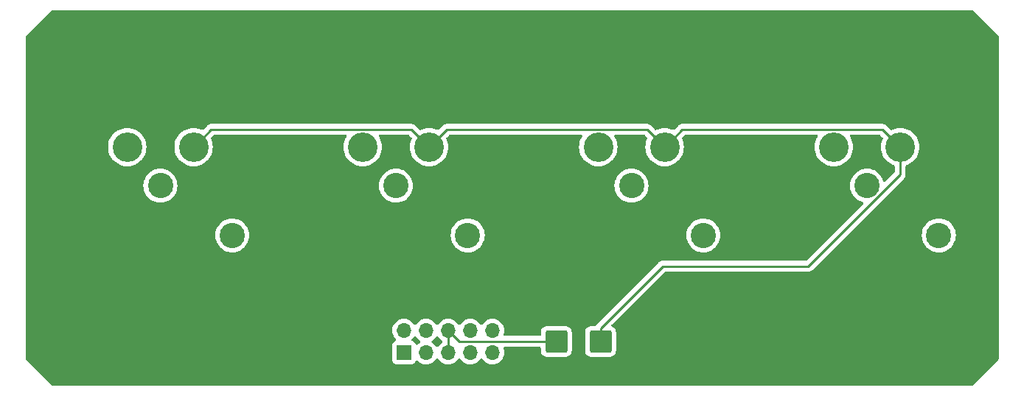
<source format=gbr>
%TF.GenerationSoftware,KiCad,Pcbnew,7.0.6*%
%TF.CreationDate,2023-11-23T12:56:36+01:00*%
%TF.ProjectId,xlrfemale,786c7266-656d-4616-9c65-2e6b69636164,1*%
%TF.SameCoordinates,Original*%
%TF.FileFunction,Copper,L2,Bot*%
%TF.FilePolarity,Positive*%
%FSLAX46Y46*%
G04 Gerber Fmt 4.6, Leading zero omitted, Abs format (unit mm)*
G04 Created by KiCad (PCBNEW 7.0.6) date 2023-11-23 12:56:36*
%MOMM*%
%LPD*%
G01*
G04 APERTURE LIST*
G04 Aperture macros list*
%AMRoundRect*
0 Rectangle with rounded corners*
0 $1 Rounding radius*
0 $2 $3 $4 $5 $6 $7 $8 $9 X,Y pos of 4 corners*
0 Add a 4 corners polygon primitive as box body*
4,1,4,$2,$3,$4,$5,$6,$7,$8,$9,$2,$3,0*
0 Add four circle primitives for the rounded corners*
1,1,$1+$1,$2,$3*
1,1,$1+$1,$4,$5*
1,1,$1+$1,$6,$7*
1,1,$1+$1,$8,$9*
0 Add four rect primitives between the rounded corners*
20,1,$1+$1,$2,$3,$4,$5,0*
20,1,$1+$1,$4,$5,$6,$7,0*
20,1,$1+$1,$6,$7,$8,$9,0*
20,1,$1+$1,$8,$9,$2,$3,0*%
G04 Aperture macros list end*
%TA.AperFunction,ComponentPad*%
%ADD10C,3.400000*%
%TD*%
%TA.AperFunction,ComponentPad*%
%ADD11C,2.900000*%
%TD*%
%TA.AperFunction,ComponentPad*%
%ADD12RoundRect,0.249999X1.025001X-1.025001X1.025001X1.025001X-1.025001X1.025001X-1.025001X-1.025001X0*%
%TD*%
%TA.AperFunction,ComponentPad*%
%ADD13R,1.700000X1.700000*%
%TD*%
%TA.AperFunction,ComponentPad*%
%ADD14O,1.700000X1.700000*%
%TD*%
%TA.AperFunction,Conductor*%
%ADD15C,0.250000*%
%TD*%
G04 APERTURE END LIST*
D10*
%TO.P,J7,1*%
%TO.N,N/C*%
X135254000Y-91948000D03*
%TO.P,J7,2*%
X127634000Y-91948000D03*
D11*
%TO.P,J7,3*%
X131444000Y-96398000D03*
%TO.P,J7,G*%
X139694000Y-102108000D03*
%TD*%
D10*
%TO.P,J11,1*%
%TO.N,N/C*%
X189354000Y-91948000D03*
%TO.P,J11,2*%
X181734000Y-91948000D03*
D11*
%TO.P,J11,3*%
X185544000Y-96398000D03*
%TO.P,J11,G*%
X193794000Y-102108000D03*
%TD*%
D10*
%TO.P,J9,1*%
%TO.N,N/C*%
X162304000Y-91948000D03*
%TO.P,J9,2*%
X154684000Y-91948000D03*
D11*
%TO.P,J9,3*%
X158494000Y-96398000D03*
%TO.P,J9,G*%
X166744000Y-102108000D03*
%TD*%
D10*
%TO.P,J5,1*%
%TO.N,N/C*%
X108204000Y-91948000D03*
%TO.P,J5,2*%
X100584000Y-91948000D03*
D11*
%TO.P,J5,3*%
X104394000Y-96398000D03*
%TO.P,J5,G*%
X112644000Y-102108000D03*
%TD*%
D12*
%TO.P,J25,1,Pin_1*%
%TO.N,N/C*%
X154940000Y-114300000D03*
%TD*%
D13*
%TO.P,J17,1,Pin_1*%
%TO.N,N/C*%
X132364000Y-115590000D03*
D14*
%TO.P,J17,2,Pin_2*%
X132364000Y-113050000D03*
%TO.P,J17,3,Pin_3*%
X134904000Y-115590000D03*
%TO.P,J17,4,Pin_4*%
X134904000Y-113050000D03*
%TO.P,J17,5,Pin_5*%
X137444000Y-115590000D03*
%TO.P,J17,6,Pin_6*%
X137444000Y-113050000D03*
%TO.P,J17,7,Pin_7*%
X139984000Y-115590000D03*
%TO.P,J17,8,Pin_8*%
X139984000Y-113050000D03*
%TO.P,J17,9,Pin_9*%
X142524000Y-115590000D03*
%TO.P,J17,10,Pin_10*%
X142524000Y-113050000D03*
%TD*%
D12*
%TO.P,J22,1,Pin_1*%
%TO.N,N/C*%
X149860000Y-114300000D03*
%TD*%
D15*
%TO.N,*%
X110229000Y-89923000D02*
X133229000Y-89923000D01*
X189354000Y-91948000D02*
X189354000Y-95098230D01*
X162052000Y-105664000D02*
X154940000Y-112776000D01*
X164329000Y-89923000D02*
X187329000Y-89923000D01*
X154940000Y-112776000D02*
X154940000Y-114300000D01*
X137279000Y-89923000D02*
X160279000Y-89923000D01*
X187329000Y-89923000D02*
X189354000Y-91948000D01*
X135254000Y-91948000D02*
X137279000Y-89923000D01*
X189354000Y-95098230D02*
X178788230Y-105664000D01*
X160279000Y-89923000D02*
X162304000Y-91948000D01*
X133229000Y-89923000D02*
X135254000Y-91948000D01*
X108204000Y-91948000D02*
X110229000Y-89923000D01*
X162304000Y-91948000D02*
X164329000Y-89923000D01*
X178788230Y-105664000D02*
X162052000Y-105664000D01*
X137444000Y-113050000D02*
X138694000Y-114300000D01*
X137444000Y-113050000D02*
X137444000Y-115590000D01*
X138694000Y-114300000D02*
X149860000Y-114300000D01*
%TD*%
%TA.AperFunction,NonConductor*%
G36*
X197676177Y-76220185D02*
G01*
X197696819Y-76236819D01*
X200623181Y-79163181D01*
X200656666Y-79224504D01*
X200659500Y-79250862D01*
X200659500Y-116329137D01*
X200639815Y-116396176D01*
X200623181Y-116416818D01*
X197696819Y-119343181D01*
X197635496Y-119376666D01*
X197609138Y-119379500D01*
X91950862Y-119379500D01*
X91883823Y-119359815D01*
X91863181Y-119343181D01*
X88936819Y-116416818D01*
X88903334Y-116355495D01*
X88900500Y-116329137D01*
X88900500Y-113050000D01*
X131008341Y-113050000D01*
X131028936Y-113285403D01*
X131028938Y-113285413D01*
X131090094Y-113513655D01*
X131090096Y-113513659D01*
X131090097Y-113513663D01*
X131159871Y-113663294D01*
X131189965Y-113727830D01*
X131189967Y-113727834D01*
X131298281Y-113882521D01*
X131325501Y-113921396D01*
X131325506Y-113921402D01*
X131447430Y-114043326D01*
X131480915Y-114104649D01*
X131475931Y-114174341D01*
X131434059Y-114230274D01*
X131403083Y-114247189D01*
X131271669Y-114296203D01*
X131271664Y-114296206D01*
X131156455Y-114382452D01*
X131156452Y-114382455D01*
X131070206Y-114497664D01*
X131070202Y-114497671D01*
X131019908Y-114632517D01*
X131013501Y-114692116D01*
X131013500Y-114692135D01*
X131013500Y-116487870D01*
X131013501Y-116487876D01*
X131019908Y-116547483D01*
X131070202Y-116682328D01*
X131070206Y-116682335D01*
X131156452Y-116797544D01*
X131156455Y-116797547D01*
X131271664Y-116883793D01*
X131271671Y-116883797D01*
X131406517Y-116934091D01*
X131406516Y-116934091D01*
X131413444Y-116934835D01*
X131466127Y-116940500D01*
X133261872Y-116940499D01*
X133321483Y-116934091D01*
X133456331Y-116883796D01*
X133571546Y-116797546D01*
X133657796Y-116682331D01*
X133706810Y-116550916D01*
X133748681Y-116494984D01*
X133814145Y-116470566D01*
X133882418Y-116485417D01*
X133910673Y-116506569D01*
X134032599Y-116628495D01*
X134129384Y-116696264D01*
X134226165Y-116764032D01*
X134226167Y-116764033D01*
X134226170Y-116764035D01*
X134440337Y-116863903D01*
X134668592Y-116925063D01*
X134845034Y-116940500D01*
X134903999Y-116945659D01*
X134904000Y-116945659D01*
X134904001Y-116945659D01*
X134962966Y-116940500D01*
X135139408Y-116925063D01*
X135367663Y-116863903D01*
X135581830Y-116764035D01*
X135775401Y-116628495D01*
X135942495Y-116461401D01*
X136072424Y-116275842D01*
X136127002Y-116232217D01*
X136196500Y-116225023D01*
X136258855Y-116256546D01*
X136275575Y-116275842D01*
X136405500Y-116461395D01*
X136405505Y-116461401D01*
X136572599Y-116628495D01*
X136669384Y-116696265D01*
X136766165Y-116764032D01*
X136766167Y-116764033D01*
X136766170Y-116764035D01*
X136980337Y-116863903D01*
X137208592Y-116925063D01*
X137385034Y-116940500D01*
X137443999Y-116945659D01*
X137444000Y-116945659D01*
X137444001Y-116945659D01*
X137502966Y-116940500D01*
X137679408Y-116925063D01*
X137907663Y-116863903D01*
X138121830Y-116764035D01*
X138315401Y-116628495D01*
X138482495Y-116461401D01*
X138612424Y-116275842D01*
X138667002Y-116232217D01*
X138736500Y-116225023D01*
X138798855Y-116256546D01*
X138815575Y-116275842D01*
X138945500Y-116461395D01*
X138945505Y-116461401D01*
X139112599Y-116628495D01*
X139209384Y-116696265D01*
X139306165Y-116764032D01*
X139306167Y-116764033D01*
X139306170Y-116764035D01*
X139520337Y-116863903D01*
X139748592Y-116925063D01*
X139925034Y-116940500D01*
X139983999Y-116945659D01*
X139984000Y-116945659D01*
X139984001Y-116945659D01*
X140042966Y-116940500D01*
X140219408Y-116925063D01*
X140447663Y-116863903D01*
X140661830Y-116764035D01*
X140855401Y-116628495D01*
X141022495Y-116461401D01*
X141152424Y-116275842D01*
X141207002Y-116232217D01*
X141276500Y-116225023D01*
X141338855Y-116256546D01*
X141355575Y-116275842D01*
X141485500Y-116461395D01*
X141485505Y-116461401D01*
X141652599Y-116628495D01*
X141749384Y-116696265D01*
X141846165Y-116764032D01*
X141846167Y-116764033D01*
X141846170Y-116764035D01*
X142060337Y-116863903D01*
X142288592Y-116925063D01*
X142465034Y-116940500D01*
X142523999Y-116945659D01*
X142524000Y-116945659D01*
X142524001Y-116945659D01*
X142582966Y-116940500D01*
X142759408Y-116925063D01*
X142987663Y-116863903D01*
X143201830Y-116764035D01*
X143395401Y-116628495D01*
X143562495Y-116461401D01*
X143698035Y-116267830D01*
X143797903Y-116053663D01*
X143859063Y-115825408D01*
X143879659Y-115590000D01*
X143859063Y-115354592D01*
X143797903Y-115126337D01*
X143786509Y-115101904D01*
X143776018Y-115032827D01*
X143804538Y-114969043D01*
X143863014Y-114930804D01*
X143898892Y-114925500D01*
X147960500Y-114925500D01*
X148027539Y-114945185D01*
X148073294Y-114997989D01*
X148084500Y-115049500D01*
X148084500Y-115375017D01*
X148095000Y-115477796D01*
X148095001Y-115477798D01*
X148150186Y-115644335D01*
X148242288Y-115793656D01*
X148366344Y-115917712D01*
X148515665Y-116009814D01*
X148682202Y-116064999D01*
X148784990Y-116075500D01*
X148784995Y-116075500D01*
X150935005Y-116075500D01*
X150935010Y-116075500D01*
X151037798Y-116064999D01*
X151204335Y-116009814D01*
X151353656Y-115917712D01*
X151477712Y-115793656D01*
X151569814Y-115644335D01*
X151624999Y-115477798D01*
X151635500Y-115375010D01*
X151635500Y-113224990D01*
X151624999Y-113122202D01*
X151569814Y-112955665D01*
X151477712Y-112806344D01*
X151353656Y-112682288D01*
X151204335Y-112590186D01*
X151037798Y-112535001D01*
X151037796Y-112535000D01*
X150935017Y-112524500D01*
X150935010Y-112524500D01*
X148784990Y-112524500D01*
X148784982Y-112524500D01*
X148682203Y-112535000D01*
X148682202Y-112535001D01*
X148650615Y-112545468D01*
X148515667Y-112590185D01*
X148515662Y-112590187D01*
X148366342Y-112682289D01*
X148242289Y-112806342D01*
X148150187Y-112955662D01*
X148150185Y-112955665D01*
X148150186Y-112955665D01*
X148095001Y-113122202D01*
X148095001Y-113122203D01*
X148095000Y-113122203D01*
X148084500Y-113224982D01*
X148084500Y-113550500D01*
X148064815Y-113617539D01*
X148012011Y-113663294D01*
X147960500Y-113674500D01*
X143916407Y-113674500D01*
X143849368Y-113654815D01*
X143803613Y-113602011D01*
X143793669Y-113532853D01*
X143796632Y-113518407D01*
X143807263Y-113478727D01*
X143859063Y-113285408D01*
X143879659Y-113050000D01*
X143859063Y-112814592D01*
X143797903Y-112586337D01*
X143698035Y-112372171D01*
X143694427Y-112367017D01*
X143562494Y-112178597D01*
X143395402Y-112011506D01*
X143395395Y-112011501D01*
X143201834Y-111875967D01*
X143201830Y-111875965D01*
X143201829Y-111875964D01*
X142987663Y-111776097D01*
X142987659Y-111776096D01*
X142987655Y-111776094D01*
X142759413Y-111714938D01*
X142759403Y-111714936D01*
X142524001Y-111694341D01*
X142523999Y-111694341D01*
X142288596Y-111714936D01*
X142288586Y-111714938D01*
X142060344Y-111776094D01*
X142060335Y-111776098D01*
X141846171Y-111875964D01*
X141846169Y-111875965D01*
X141652597Y-112011505D01*
X141485508Y-112178594D01*
X141355574Y-112364160D01*
X141300997Y-112407784D01*
X141231498Y-112414977D01*
X141169144Y-112383455D01*
X141152429Y-112364164D01*
X141022495Y-112178599D01*
X141022493Y-112178596D01*
X140855402Y-112011506D01*
X140855395Y-112011501D01*
X140661834Y-111875967D01*
X140661830Y-111875965D01*
X140661830Y-111875964D01*
X140447663Y-111776097D01*
X140447659Y-111776096D01*
X140447655Y-111776094D01*
X140219413Y-111714938D01*
X140219403Y-111714936D01*
X139984001Y-111694341D01*
X139983999Y-111694341D01*
X139748596Y-111714936D01*
X139748586Y-111714938D01*
X139520344Y-111776094D01*
X139520335Y-111776098D01*
X139306171Y-111875964D01*
X139306169Y-111875965D01*
X139112597Y-112011505D01*
X138945505Y-112178597D01*
X138815575Y-112364158D01*
X138760998Y-112407783D01*
X138691500Y-112414977D01*
X138629145Y-112383454D01*
X138612425Y-112364158D01*
X138482494Y-112178597D01*
X138315402Y-112011506D01*
X138315395Y-112011501D01*
X138121834Y-111875967D01*
X138121830Y-111875965D01*
X138121829Y-111875964D01*
X137907663Y-111776097D01*
X137907659Y-111776096D01*
X137907655Y-111776094D01*
X137679413Y-111714938D01*
X137679403Y-111714936D01*
X137444001Y-111694341D01*
X137443999Y-111694341D01*
X137208596Y-111714936D01*
X137208586Y-111714938D01*
X136980344Y-111776094D01*
X136980335Y-111776098D01*
X136766171Y-111875964D01*
X136766169Y-111875965D01*
X136572597Y-112011505D01*
X136405505Y-112178597D01*
X136275575Y-112364158D01*
X136220998Y-112407783D01*
X136151500Y-112414977D01*
X136089145Y-112383454D01*
X136072425Y-112364158D01*
X135942494Y-112178597D01*
X135775402Y-112011506D01*
X135775395Y-112011501D01*
X135581834Y-111875967D01*
X135581830Y-111875965D01*
X135581830Y-111875964D01*
X135367663Y-111776097D01*
X135367659Y-111776096D01*
X135367655Y-111776094D01*
X135139413Y-111714938D01*
X135139403Y-111714936D01*
X134904001Y-111694341D01*
X134903999Y-111694341D01*
X134668596Y-111714936D01*
X134668586Y-111714938D01*
X134440344Y-111776094D01*
X134440335Y-111776098D01*
X134226171Y-111875964D01*
X134226169Y-111875965D01*
X134032597Y-112011505D01*
X133865508Y-112178594D01*
X133735574Y-112364159D01*
X133680997Y-112407784D01*
X133611498Y-112414976D01*
X133549144Y-112383454D01*
X133532424Y-112364158D01*
X133530585Y-112361532D01*
X133402495Y-112178599D01*
X133402494Y-112178597D01*
X133235402Y-112011506D01*
X133235395Y-112011501D01*
X133041834Y-111875967D01*
X133041830Y-111875965D01*
X133041830Y-111875964D01*
X132827663Y-111776097D01*
X132827659Y-111776096D01*
X132827655Y-111776094D01*
X132599413Y-111714938D01*
X132599403Y-111714936D01*
X132364001Y-111694341D01*
X132363999Y-111694341D01*
X132128596Y-111714936D01*
X132128586Y-111714938D01*
X131900344Y-111776094D01*
X131900335Y-111776098D01*
X131686171Y-111875964D01*
X131686169Y-111875965D01*
X131492597Y-112011505D01*
X131325505Y-112178597D01*
X131189965Y-112372169D01*
X131189964Y-112372171D01*
X131090098Y-112586335D01*
X131090094Y-112586344D01*
X131028938Y-112814586D01*
X131028936Y-112814596D01*
X131008341Y-113049999D01*
X131008341Y-113050000D01*
X88900500Y-113050000D01*
X88900500Y-102108001D01*
X110688518Y-102108001D01*
X110708422Y-102386299D01*
X110767727Y-102658916D01*
X110767729Y-102658923D01*
X110828266Y-102821230D01*
X110865231Y-102920338D01*
X110865233Y-102920342D01*
X110998940Y-103165207D01*
X110998945Y-103165215D01*
X111166138Y-103388560D01*
X111166154Y-103388578D01*
X111363421Y-103585845D01*
X111363439Y-103585861D01*
X111586784Y-103753054D01*
X111586792Y-103753059D01*
X111831657Y-103886766D01*
X111831661Y-103886768D01*
X111831663Y-103886769D01*
X112093077Y-103984271D01*
X112229391Y-104013924D01*
X112365700Y-104043577D01*
X112365702Y-104043577D01*
X112365706Y-104043578D01*
X112613014Y-104061265D01*
X112643999Y-104063482D01*
X112644000Y-104063482D01*
X112644001Y-104063482D01*
X112671881Y-104061487D01*
X112922294Y-104043578D01*
X113194923Y-103984271D01*
X113456337Y-103886769D01*
X113701213Y-103753056D01*
X113924568Y-103585855D01*
X114121855Y-103388568D01*
X114289056Y-103165213D01*
X114422769Y-102920337D01*
X114520271Y-102658923D01*
X114579578Y-102386294D01*
X114599482Y-102108001D01*
X137738518Y-102108001D01*
X137758422Y-102386299D01*
X137817727Y-102658916D01*
X137817729Y-102658923D01*
X137878266Y-102821230D01*
X137915231Y-102920338D01*
X137915233Y-102920342D01*
X138048940Y-103165207D01*
X138048945Y-103165215D01*
X138216138Y-103388560D01*
X138216154Y-103388578D01*
X138413421Y-103585845D01*
X138413439Y-103585861D01*
X138636784Y-103753054D01*
X138636792Y-103753059D01*
X138881657Y-103886766D01*
X138881661Y-103886768D01*
X138881663Y-103886769D01*
X139143077Y-103984271D01*
X139279391Y-104013924D01*
X139415700Y-104043577D01*
X139415702Y-104043577D01*
X139415706Y-104043578D01*
X139663014Y-104061265D01*
X139693999Y-104063482D01*
X139694000Y-104063482D01*
X139694001Y-104063482D01*
X139721881Y-104061487D01*
X139972294Y-104043578D01*
X140244923Y-103984271D01*
X140506337Y-103886769D01*
X140751213Y-103753056D01*
X140974568Y-103585855D01*
X141171855Y-103388568D01*
X141339056Y-103165213D01*
X141472769Y-102920337D01*
X141570271Y-102658923D01*
X141629578Y-102386294D01*
X141649482Y-102108001D01*
X164788518Y-102108001D01*
X164808422Y-102386299D01*
X164867727Y-102658916D01*
X164867729Y-102658923D01*
X164928266Y-102821230D01*
X164965231Y-102920338D01*
X164965233Y-102920342D01*
X165098940Y-103165207D01*
X165098945Y-103165215D01*
X165266138Y-103388560D01*
X165266154Y-103388578D01*
X165463421Y-103585845D01*
X165463439Y-103585861D01*
X165686784Y-103753054D01*
X165686792Y-103753059D01*
X165931657Y-103886766D01*
X165931661Y-103886768D01*
X165931663Y-103886769D01*
X166193077Y-103984271D01*
X166329391Y-104013924D01*
X166465700Y-104043577D01*
X166465702Y-104043577D01*
X166465706Y-104043578D01*
X166713014Y-104061265D01*
X166743999Y-104063482D01*
X166744000Y-104063482D01*
X166744001Y-104063482D01*
X166771881Y-104061487D01*
X167022294Y-104043578D01*
X167294923Y-103984271D01*
X167556337Y-103886769D01*
X167801213Y-103753056D01*
X168024568Y-103585855D01*
X168221855Y-103388568D01*
X168389056Y-103165213D01*
X168522769Y-102920337D01*
X168620271Y-102658923D01*
X168679578Y-102386294D01*
X168699482Y-102108000D01*
X168679578Y-101829706D01*
X168620271Y-101557077D01*
X168522769Y-101295663D01*
X168389056Y-101050787D01*
X168389054Y-101050784D01*
X168221861Y-100827439D01*
X168221845Y-100827421D01*
X168024578Y-100630154D01*
X168024560Y-100630138D01*
X167801215Y-100462945D01*
X167801207Y-100462940D01*
X167556342Y-100329233D01*
X167556338Y-100329231D01*
X167457230Y-100292266D01*
X167294923Y-100231729D01*
X167294919Y-100231728D01*
X167294916Y-100231727D01*
X167022299Y-100172422D01*
X166744001Y-100152518D01*
X166743999Y-100152518D01*
X166465700Y-100172422D01*
X166193083Y-100231727D01*
X166193078Y-100231728D01*
X166193077Y-100231729D01*
X166129875Y-100255301D01*
X165931661Y-100329231D01*
X165931657Y-100329233D01*
X165686792Y-100462940D01*
X165686784Y-100462945D01*
X165463439Y-100630138D01*
X165463421Y-100630154D01*
X165266154Y-100827421D01*
X165266138Y-100827439D01*
X165098945Y-101050784D01*
X165098940Y-101050792D01*
X164965233Y-101295657D01*
X164965231Y-101295661D01*
X164867727Y-101557083D01*
X164808422Y-101829700D01*
X164788518Y-102107998D01*
X164788518Y-102108001D01*
X141649482Y-102108001D01*
X141649482Y-102108000D01*
X141629578Y-101829706D01*
X141570271Y-101557077D01*
X141472769Y-101295663D01*
X141339056Y-101050787D01*
X141339054Y-101050784D01*
X141171861Y-100827439D01*
X141171845Y-100827421D01*
X140974578Y-100630154D01*
X140974560Y-100630138D01*
X140751215Y-100462945D01*
X140751207Y-100462940D01*
X140506342Y-100329233D01*
X140506338Y-100329231D01*
X140407230Y-100292266D01*
X140244923Y-100231729D01*
X140244919Y-100231728D01*
X140244916Y-100231727D01*
X139972299Y-100172422D01*
X139694001Y-100152518D01*
X139693999Y-100152518D01*
X139415700Y-100172422D01*
X139143083Y-100231727D01*
X139143078Y-100231728D01*
X139143077Y-100231729D01*
X139079875Y-100255301D01*
X138881661Y-100329231D01*
X138881657Y-100329233D01*
X138636792Y-100462940D01*
X138636784Y-100462945D01*
X138413439Y-100630138D01*
X138413421Y-100630154D01*
X138216154Y-100827421D01*
X138216138Y-100827439D01*
X138048945Y-101050784D01*
X138048940Y-101050792D01*
X137915233Y-101295657D01*
X137915231Y-101295661D01*
X137817727Y-101557083D01*
X137758422Y-101829700D01*
X137738518Y-102107998D01*
X137738518Y-102108001D01*
X114599482Y-102108001D01*
X114599482Y-102108000D01*
X114579578Y-101829706D01*
X114520271Y-101557077D01*
X114422769Y-101295663D01*
X114289056Y-101050787D01*
X114289054Y-101050784D01*
X114121861Y-100827439D01*
X114121845Y-100827421D01*
X113924578Y-100630154D01*
X113924560Y-100630138D01*
X113701215Y-100462945D01*
X113701207Y-100462940D01*
X113456342Y-100329233D01*
X113456338Y-100329231D01*
X113357230Y-100292266D01*
X113194923Y-100231729D01*
X113194919Y-100231728D01*
X113194916Y-100231727D01*
X112922299Y-100172422D01*
X112644001Y-100152518D01*
X112643999Y-100152518D01*
X112365700Y-100172422D01*
X112093083Y-100231727D01*
X112093078Y-100231728D01*
X112093077Y-100231729D01*
X112029875Y-100255301D01*
X111831661Y-100329231D01*
X111831657Y-100329233D01*
X111586792Y-100462940D01*
X111586784Y-100462945D01*
X111363439Y-100630138D01*
X111363421Y-100630154D01*
X111166154Y-100827421D01*
X111166138Y-100827439D01*
X110998945Y-101050784D01*
X110998940Y-101050792D01*
X110865233Y-101295657D01*
X110865231Y-101295661D01*
X110767727Y-101557083D01*
X110708422Y-101829700D01*
X110688518Y-102107998D01*
X110688518Y-102108001D01*
X88900500Y-102108001D01*
X88900500Y-96398001D01*
X102438518Y-96398001D01*
X102458422Y-96676299D01*
X102517727Y-96948916D01*
X102517729Y-96948923D01*
X102578266Y-97111230D01*
X102615231Y-97210338D01*
X102615233Y-97210342D01*
X102748940Y-97455207D01*
X102748945Y-97455215D01*
X102916138Y-97678560D01*
X102916154Y-97678578D01*
X103113421Y-97875845D01*
X103113439Y-97875861D01*
X103336784Y-98043054D01*
X103336792Y-98043059D01*
X103581657Y-98176766D01*
X103581661Y-98176768D01*
X103581663Y-98176769D01*
X103843077Y-98274271D01*
X103979391Y-98303924D01*
X104115700Y-98333577D01*
X104115702Y-98333577D01*
X104115706Y-98333578D01*
X104363014Y-98351265D01*
X104393999Y-98353482D01*
X104394000Y-98353482D01*
X104394001Y-98353482D01*
X104421881Y-98351487D01*
X104672294Y-98333578D01*
X104944923Y-98274271D01*
X105206337Y-98176769D01*
X105451213Y-98043056D01*
X105674568Y-97875855D01*
X105871855Y-97678568D01*
X106039056Y-97455213D01*
X106172769Y-97210337D01*
X106270271Y-96948923D01*
X106329578Y-96676294D01*
X106349482Y-96398001D01*
X129488518Y-96398001D01*
X129508422Y-96676299D01*
X129567727Y-96948916D01*
X129567729Y-96948923D01*
X129628266Y-97111230D01*
X129665231Y-97210338D01*
X129665233Y-97210342D01*
X129798940Y-97455207D01*
X129798945Y-97455215D01*
X129966138Y-97678560D01*
X129966154Y-97678578D01*
X130163421Y-97875845D01*
X130163439Y-97875861D01*
X130386784Y-98043054D01*
X130386792Y-98043059D01*
X130631657Y-98176766D01*
X130631661Y-98176768D01*
X130631663Y-98176769D01*
X130893077Y-98274271D01*
X131029391Y-98303924D01*
X131165700Y-98333577D01*
X131165702Y-98333577D01*
X131165706Y-98333578D01*
X131413014Y-98351265D01*
X131443999Y-98353482D01*
X131444000Y-98353482D01*
X131444001Y-98353482D01*
X131471881Y-98351487D01*
X131722294Y-98333578D01*
X131994923Y-98274271D01*
X132256337Y-98176769D01*
X132501213Y-98043056D01*
X132724568Y-97875855D01*
X132921855Y-97678568D01*
X133089056Y-97455213D01*
X133222769Y-97210337D01*
X133320271Y-96948923D01*
X133379578Y-96676294D01*
X133399482Y-96398001D01*
X156538518Y-96398001D01*
X156558422Y-96676299D01*
X156617727Y-96948916D01*
X156617729Y-96948923D01*
X156678266Y-97111230D01*
X156715231Y-97210338D01*
X156715233Y-97210342D01*
X156848940Y-97455207D01*
X156848945Y-97455215D01*
X157016138Y-97678560D01*
X157016154Y-97678578D01*
X157213421Y-97875845D01*
X157213439Y-97875861D01*
X157436784Y-98043054D01*
X157436792Y-98043059D01*
X157681657Y-98176766D01*
X157681661Y-98176768D01*
X157681663Y-98176769D01*
X157943077Y-98274271D01*
X158079391Y-98303924D01*
X158215700Y-98333577D01*
X158215702Y-98333577D01*
X158215706Y-98333578D01*
X158463014Y-98351265D01*
X158493999Y-98353482D01*
X158494000Y-98353482D01*
X158494001Y-98353482D01*
X158521881Y-98351487D01*
X158772294Y-98333578D01*
X159044923Y-98274271D01*
X159306337Y-98176769D01*
X159551213Y-98043056D01*
X159774568Y-97875855D01*
X159971855Y-97678568D01*
X160139056Y-97455213D01*
X160272769Y-97210337D01*
X160370271Y-96948923D01*
X160429578Y-96676294D01*
X160449482Y-96398000D01*
X160429578Y-96119706D01*
X160370271Y-95847077D01*
X160272769Y-95585663D01*
X160232931Y-95512706D01*
X160139059Y-95340792D01*
X160139054Y-95340784D01*
X159971861Y-95117439D01*
X159971845Y-95117421D01*
X159774578Y-94920154D01*
X159774560Y-94920138D01*
X159551215Y-94752945D01*
X159551207Y-94752940D01*
X159306342Y-94619233D01*
X159306338Y-94619231D01*
X159207230Y-94582266D01*
X159044923Y-94521729D01*
X159044919Y-94521728D01*
X159044916Y-94521727D01*
X158772299Y-94462422D01*
X158494001Y-94442518D01*
X158493999Y-94442518D01*
X158215700Y-94462422D01*
X157943083Y-94521727D01*
X157943078Y-94521728D01*
X157943077Y-94521729D01*
X157879875Y-94545301D01*
X157681661Y-94619231D01*
X157681657Y-94619233D01*
X157436792Y-94752940D01*
X157436784Y-94752945D01*
X157213439Y-94920138D01*
X157213421Y-94920154D01*
X157016154Y-95117421D01*
X157016138Y-95117439D01*
X156848945Y-95340784D01*
X156848940Y-95340792D01*
X156715233Y-95585657D01*
X156715231Y-95585661D01*
X156617727Y-95847083D01*
X156558422Y-96119700D01*
X156538518Y-96397998D01*
X156538518Y-96398001D01*
X133399482Y-96398001D01*
X133399482Y-96398000D01*
X133379578Y-96119706D01*
X133320271Y-95847077D01*
X133222769Y-95585663D01*
X133182931Y-95512706D01*
X133089059Y-95340792D01*
X133089054Y-95340784D01*
X132921861Y-95117439D01*
X132921845Y-95117421D01*
X132724578Y-94920154D01*
X132724560Y-94920138D01*
X132501215Y-94752945D01*
X132501207Y-94752940D01*
X132256342Y-94619233D01*
X132256338Y-94619231D01*
X132157230Y-94582266D01*
X131994923Y-94521729D01*
X131994919Y-94521728D01*
X131994916Y-94521727D01*
X131722299Y-94462422D01*
X131444001Y-94442518D01*
X131443999Y-94442518D01*
X131165700Y-94462422D01*
X130893083Y-94521727D01*
X130893078Y-94521728D01*
X130893077Y-94521729D01*
X130829875Y-94545301D01*
X130631661Y-94619231D01*
X130631657Y-94619233D01*
X130386792Y-94752940D01*
X130386784Y-94752945D01*
X130163439Y-94920138D01*
X130163421Y-94920154D01*
X129966154Y-95117421D01*
X129966138Y-95117439D01*
X129798945Y-95340784D01*
X129798940Y-95340792D01*
X129665233Y-95585657D01*
X129665231Y-95585661D01*
X129567727Y-95847083D01*
X129508422Y-96119700D01*
X129488518Y-96397998D01*
X129488518Y-96398001D01*
X106349482Y-96398001D01*
X106349482Y-96398000D01*
X106329578Y-96119706D01*
X106270271Y-95847077D01*
X106172769Y-95585663D01*
X106132931Y-95512706D01*
X106039059Y-95340792D01*
X106039054Y-95340784D01*
X105871861Y-95117439D01*
X105871845Y-95117421D01*
X105674578Y-94920154D01*
X105674560Y-94920138D01*
X105451215Y-94752945D01*
X105451207Y-94752940D01*
X105206342Y-94619233D01*
X105206338Y-94619231D01*
X105107230Y-94582266D01*
X104944923Y-94521729D01*
X104944919Y-94521728D01*
X104944916Y-94521727D01*
X104672299Y-94462422D01*
X104394001Y-94442518D01*
X104393999Y-94442518D01*
X104115700Y-94462422D01*
X103843083Y-94521727D01*
X103843078Y-94521728D01*
X103843077Y-94521729D01*
X103779875Y-94545301D01*
X103581661Y-94619231D01*
X103581657Y-94619233D01*
X103336792Y-94752940D01*
X103336784Y-94752945D01*
X103113439Y-94920138D01*
X103113421Y-94920154D01*
X102916154Y-95117421D01*
X102916138Y-95117439D01*
X102748945Y-95340784D01*
X102748940Y-95340792D01*
X102615233Y-95585657D01*
X102615231Y-95585661D01*
X102517727Y-95847083D01*
X102458422Y-96119700D01*
X102438518Y-96397998D01*
X102438518Y-96398001D01*
X88900500Y-96398001D01*
X88900500Y-91947999D01*
X98378778Y-91947999D01*
X98397644Y-92235837D01*
X98397646Y-92235849D01*
X98453917Y-92518745D01*
X98453921Y-92518760D01*
X98546642Y-92791905D01*
X98674219Y-93050606D01*
X98674223Y-93050613D01*
X98834478Y-93290452D01*
X99024672Y-93507327D01*
X99241546Y-93697520D01*
X99481389Y-93857778D01*
X99740098Y-93985359D01*
X100013247Y-94078081D01*
X100296161Y-94134356D01*
X100584000Y-94153222D01*
X100871839Y-94134356D01*
X101154753Y-94078081D01*
X101427902Y-93985359D01*
X101686611Y-93857778D01*
X101926454Y-93697520D01*
X102143327Y-93507327D01*
X102333520Y-93290454D01*
X102493778Y-93050611D01*
X102621359Y-92791902D01*
X102714081Y-92518753D01*
X102770356Y-92235839D01*
X102789222Y-91948000D01*
X105998778Y-91948000D01*
X106017644Y-92235837D01*
X106017646Y-92235849D01*
X106073917Y-92518745D01*
X106073921Y-92518760D01*
X106166642Y-92791905D01*
X106294219Y-93050606D01*
X106294223Y-93050613D01*
X106454478Y-93290452D01*
X106644672Y-93507327D01*
X106861546Y-93697520D01*
X107101389Y-93857778D01*
X107360098Y-93985359D01*
X107633247Y-94078081D01*
X107916161Y-94134356D01*
X108204000Y-94153222D01*
X108491839Y-94134356D01*
X108774753Y-94078081D01*
X109047902Y-93985359D01*
X109306611Y-93857778D01*
X109546454Y-93697520D01*
X109763327Y-93507327D01*
X109953520Y-93290454D01*
X110113778Y-93050611D01*
X110241359Y-92791902D01*
X110334081Y-92518753D01*
X110390356Y-92235839D01*
X110409222Y-91948000D01*
X110390356Y-91660161D01*
X110334081Y-91377247D01*
X110241359Y-91104098D01*
X110178647Y-90976932D01*
X110166651Y-90908103D01*
X110193773Y-90843711D01*
X110202156Y-90834432D01*
X110451773Y-90584817D01*
X110513096Y-90551334D01*
X110539453Y-90548500D01*
X125690610Y-90548500D01*
X125757649Y-90568185D01*
X125803404Y-90620989D01*
X125813348Y-90690147D01*
X125793713Y-90741388D01*
X125745437Y-90813637D01*
X125724219Y-90845393D01*
X125596642Y-91104094D01*
X125503921Y-91377239D01*
X125503917Y-91377254D01*
X125447646Y-91660150D01*
X125447644Y-91660162D01*
X125428778Y-91947999D01*
X125447644Y-92235837D01*
X125447646Y-92235849D01*
X125503917Y-92518745D01*
X125503921Y-92518760D01*
X125596642Y-92791905D01*
X125724219Y-93050606D01*
X125724223Y-93050613D01*
X125884478Y-93290452D01*
X126074672Y-93507327D01*
X126291546Y-93697520D01*
X126531389Y-93857778D01*
X126790098Y-93985359D01*
X127063247Y-94078081D01*
X127346161Y-94134356D01*
X127634000Y-94153222D01*
X127921839Y-94134356D01*
X128204753Y-94078081D01*
X128477902Y-93985359D01*
X128736611Y-93857778D01*
X128976454Y-93697520D01*
X129193327Y-93507327D01*
X129383520Y-93290454D01*
X129543778Y-93050611D01*
X129671359Y-92791902D01*
X129764081Y-92518753D01*
X129820356Y-92235839D01*
X129839222Y-91948000D01*
X129820356Y-91660161D01*
X129764081Y-91377247D01*
X129671359Y-91104098D01*
X129543778Y-90845389D01*
X129474287Y-90741388D01*
X129453410Y-90674713D01*
X129471895Y-90607333D01*
X129523873Y-90560643D01*
X129577390Y-90548500D01*
X132918548Y-90548500D01*
X132985587Y-90568185D01*
X133006229Y-90584819D01*
X133255819Y-90834409D01*
X133289304Y-90895732D01*
X133284320Y-90965424D01*
X133279351Y-90976933D01*
X133216646Y-91104087D01*
X133216639Y-91104102D01*
X133123921Y-91377239D01*
X133123917Y-91377254D01*
X133067646Y-91660150D01*
X133067644Y-91660162D01*
X133048778Y-91947999D01*
X133067644Y-92235837D01*
X133067646Y-92235849D01*
X133123917Y-92518745D01*
X133123921Y-92518760D01*
X133216642Y-92791905D01*
X133344219Y-93050606D01*
X133344223Y-93050613D01*
X133504478Y-93290452D01*
X133694672Y-93507327D01*
X133911546Y-93697520D01*
X134151389Y-93857778D01*
X134410098Y-93985359D01*
X134683247Y-94078081D01*
X134966161Y-94134356D01*
X135254000Y-94153222D01*
X135541839Y-94134356D01*
X135824753Y-94078081D01*
X136097902Y-93985359D01*
X136356611Y-93857778D01*
X136596454Y-93697520D01*
X136813327Y-93507327D01*
X137003520Y-93290454D01*
X137163778Y-93050611D01*
X137291359Y-92791902D01*
X137384081Y-92518753D01*
X137440356Y-92235839D01*
X137459222Y-91948000D01*
X137440356Y-91660161D01*
X137384081Y-91377247D01*
X137291359Y-91104098D01*
X137228647Y-90976932D01*
X137216651Y-90908103D01*
X137243773Y-90843711D01*
X137252156Y-90834432D01*
X137501773Y-90584817D01*
X137563096Y-90551334D01*
X137589453Y-90548500D01*
X152740610Y-90548500D01*
X152807649Y-90568185D01*
X152853404Y-90620989D01*
X152863348Y-90690147D01*
X152843713Y-90741388D01*
X152795437Y-90813637D01*
X152774219Y-90845393D01*
X152646642Y-91104094D01*
X152553921Y-91377239D01*
X152553917Y-91377254D01*
X152497646Y-91660150D01*
X152497644Y-91660162D01*
X152478778Y-91948000D01*
X152497644Y-92235837D01*
X152497646Y-92235849D01*
X152553917Y-92518745D01*
X152553921Y-92518760D01*
X152646642Y-92791905D01*
X152774219Y-93050606D01*
X152774223Y-93050613D01*
X152934478Y-93290452D01*
X153124672Y-93507327D01*
X153341546Y-93697520D01*
X153581389Y-93857778D01*
X153840098Y-93985359D01*
X154113247Y-94078081D01*
X154396161Y-94134356D01*
X154684000Y-94153222D01*
X154971839Y-94134356D01*
X155254753Y-94078081D01*
X155527902Y-93985359D01*
X155786611Y-93857778D01*
X156026454Y-93697520D01*
X156243327Y-93507327D01*
X156433520Y-93290454D01*
X156593778Y-93050611D01*
X156721359Y-92791902D01*
X156814081Y-92518753D01*
X156870356Y-92235839D01*
X156889222Y-91948000D01*
X156870356Y-91660161D01*
X156814081Y-91377247D01*
X156721359Y-91104098D01*
X156593778Y-90845389D01*
X156524287Y-90741388D01*
X156503410Y-90674713D01*
X156521895Y-90607333D01*
X156573873Y-90560643D01*
X156627390Y-90548500D01*
X159968548Y-90548500D01*
X160035587Y-90568185D01*
X160056229Y-90584819D01*
X160305819Y-90834409D01*
X160339304Y-90895732D01*
X160334320Y-90965424D01*
X160329351Y-90976933D01*
X160266646Y-91104087D01*
X160266639Y-91104102D01*
X160173921Y-91377239D01*
X160173917Y-91377254D01*
X160117646Y-91660150D01*
X160117644Y-91660162D01*
X160098778Y-91947999D01*
X160117644Y-92235837D01*
X160117646Y-92235849D01*
X160173917Y-92518745D01*
X160173921Y-92518760D01*
X160266642Y-92791905D01*
X160394219Y-93050606D01*
X160394223Y-93050613D01*
X160554478Y-93290452D01*
X160744672Y-93507327D01*
X160961546Y-93697520D01*
X161201389Y-93857778D01*
X161460098Y-93985359D01*
X161733247Y-94078081D01*
X162016161Y-94134356D01*
X162304000Y-94153222D01*
X162591839Y-94134356D01*
X162874753Y-94078081D01*
X163147902Y-93985359D01*
X163406611Y-93857778D01*
X163646454Y-93697520D01*
X163863327Y-93507327D01*
X164053520Y-93290454D01*
X164213778Y-93050611D01*
X164341359Y-92791902D01*
X164434081Y-92518753D01*
X164490356Y-92235839D01*
X164509222Y-91948000D01*
X164490356Y-91660161D01*
X164434081Y-91377247D01*
X164341359Y-91104098D01*
X164278647Y-90976932D01*
X164266651Y-90908103D01*
X164293773Y-90843711D01*
X164302156Y-90834432D01*
X164551773Y-90584817D01*
X164613096Y-90551334D01*
X164639453Y-90548500D01*
X179790610Y-90548500D01*
X179857649Y-90568185D01*
X179903404Y-90620989D01*
X179913348Y-90690147D01*
X179893713Y-90741388D01*
X179845437Y-90813637D01*
X179824219Y-90845393D01*
X179696642Y-91104094D01*
X179603921Y-91377239D01*
X179603917Y-91377254D01*
X179547646Y-91660150D01*
X179547644Y-91660162D01*
X179528778Y-91947999D01*
X179547644Y-92235837D01*
X179547646Y-92235849D01*
X179603917Y-92518745D01*
X179603921Y-92518760D01*
X179696642Y-92791905D01*
X179824219Y-93050606D01*
X179824223Y-93050613D01*
X179984478Y-93290452D01*
X180174672Y-93507327D01*
X180391546Y-93697520D01*
X180631389Y-93857778D01*
X180890098Y-93985359D01*
X181163247Y-94078081D01*
X181446161Y-94134356D01*
X181734000Y-94153222D01*
X182021839Y-94134356D01*
X182304753Y-94078081D01*
X182577902Y-93985359D01*
X182836611Y-93857778D01*
X183076454Y-93697520D01*
X183293327Y-93507327D01*
X183483520Y-93290454D01*
X183643778Y-93050611D01*
X183771359Y-92791902D01*
X183864081Y-92518753D01*
X183920356Y-92235839D01*
X183939222Y-91948000D01*
X183920356Y-91660161D01*
X183864081Y-91377247D01*
X183771359Y-91104098D01*
X183643778Y-90845389D01*
X183574287Y-90741388D01*
X183553410Y-90674713D01*
X183571895Y-90607333D01*
X183623873Y-90560643D01*
X183677390Y-90548500D01*
X187018548Y-90548500D01*
X187085587Y-90568185D01*
X187106229Y-90584819D01*
X187355819Y-90834409D01*
X187389304Y-90895732D01*
X187384320Y-90965424D01*
X187379351Y-90976933D01*
X187316646Y-91104087D01*
X187316639Y-91104102D01*
X187223921Y-91377239D01*
X187223917Y-91377254D01*
X187167646Y-91660150D01*
X187167644Y-91660162D01*
X187148778Y-91947999D01*
X187167644Y-92235837D01*
X187167646Y-92235849D01*
X187223917Y-92518745D01*
X187223921Y-92518760D01*
X187316642Y-92791905D01*
X187444219Y-93050606D01*
X187444223Y-93050613D01*
X187604478Y-93290452D01*
X187794672Y-93507327D01*
X188011547Y-93697521D01*
X188251386Y-93857776D01*
X188251393Y-93857780D01*
X188510093Y-93985357D01*
X188510096Y-93985358D01*
X188510098Y-93985359D01*
X188644360Y-94030934D01*
X188701512Y-94071122D01*
X188727866Y-94135831D01*
X188728500Y-94148353D01*
X188728500Y-94787776D01*
X188708815Y-94854815D01*
X188692181Y-94875457D01*
X187634499Y-95933138D01*
X187573176Y-95966623D01*
X187503484Y-95961639D01*
X187447551Y-95919767D01*
X187425652Y-95871814D01*
X187420271Y-95847077D01*
X187322769Y-95585663D01*
X187282931Y-95512706D01*
X187189059Y-95340792D01*
X187189054Y-95340784D01*
X187021861Y-95117439D01*
X187021845Y-95117421D01*
X186824578Y-94920154D01*
X186824560Y-94920138D01*
X186601215Y-94752945D01*
X186601207Y-94752940D01*
X186356342Y-94619233D01*
X186356338Y-94619231D01*
X186257230Y-94582266D01*
X186094923Y-94521729D01*
X186094919Y-94521728D01*
X186094916Y-94521727D01*
X185822299Y-94462422D01*
X185544001Y-94442518D01*
X185543999Y-94442518D01*
X185265700Y-94462422D01*
X184993083Y-94521727D01*
X184993078Y-94521728D01*
X184993077Y-94521729D01*
X184929875Y-94545301D01*
X184731661Y-94619231D01*
X184731657Y-94619233D01*
X184486792Y-94752940D01*
X184486784Y-94752945D01*
X184263439Y-94920138D01*
X184263421Y-94920154D01*
X184066154Y-95117421D01*
X184066138Y-95117439D01*
X183898945Y-95340784D01*
X183898940Y-95340792D01*
X183765233Y-95585657D01*
X183765231Y-95585661D01*
X183667727Y-95847083D01*
X183608422Y-96119700D01*
X183588518Y-96397998D01*
X183588518Y-96398001D01*
X183608422Y-96676299D01*
X183667727Y-96948916D01*
X183667729Y-96948923D01*
X183728266Y-97111230D01*
X183765231Y-97210338D01*
X183765233Y-97210342D01*
X183898940Y-97455207D01*
X183898945Y-97455215D01*
X184066138Y-97678560D01*
X184066154Y-97678578D01*
X184263421Y-97875845D01*
X184263439Y-97875861D01*
X184486784Y-98043054D01*
X184486792Y-98043059D01*
X184731657Y-98176766D01*
X184731661Y-98176768D01*
X184731663Y-98176769D01*
X184993077Y-98274271D01*
X185017814Y-98279652D01*
X185079136Y-98313135D01*
X185112623Y-98374457D01*
X185107640Y-98444149D01*
X185079138Y-98488499D01*
X178565458Y-105002181D01*
X178504135Y-105035666D01*
X178477777Y-105038500D01*
X162134743Y-105038500D01*
X162119122Y-105036775D01*
X162119096Y-105037061D01*
X162111334Y-105036327D01*
X162111333Y-105036327D01*
X162042186Y-105038500D01*
X162012649Y-105038500D01*
X162005766Y-105039369D01*
X161999949Y-105039826D01*
X161953373Y-105041290D01*
X161934129Y-105046881D01*
X161915079Y-105050825D01*
X161895211Y-105053334D01*
X161851884Y-105070488D01*
X161846358Y-105072379D01*
X161801614Y-105085379D01*
X161801610Y-105085381D01*
X161784366Y-105095579D01*
X161766905Y-105104133D01*
X161748274Y-105111510D01*
X161748262Y-105111517D01*
X161710570Y-105138902D01*
X161705687Y-105142109D01*
X161665580Y-105165829D01*
X161651414Y-105179995D01*
X161636624Y-105192627D01*
X161620414Y-105204404D01*
X161620411Y-105204407D01*
X161590710Y-105240309D01*
X161586777Y-105244631D01*
X154556208Y-112275199D01*
X154543951Y-112285020D01*
X154544134Y-112285241D01*
X154538123Y-112290213D01*
X154490772Y-112340636D01*
X154469889Y-112361519D01*
X154469877Y-112361532D01*
X154465621Y-112367017D01*
X154461837Y-112371447D01*
X154429937Y-112405418D01*
X154429936Y-112405420D01*
X154420284Y-112422976D01*
X154409610Y-112439226D01*
X154397329Y-112455061D01*
X154393354Y-112461782D01*
X154390850Y-112460301D01*
X154354916Y-112503469D01*
X154288279Y-112524476D01*
X154285826Y-112524500D01*
X153864982Y-112524500D01*
X153762203Y-112535000D01*
X153762202Y-112535001D01*
X153730615Y-112545468D01*
X153595667Y-112590185D01*
X153595662Y-112590187D01*
X153446342Y-112682289D01*
X153322289Y-112806342D01*
X153230187Y-112955662D01*
X153230185Y-112955665D01*
X153230186Y-112955665D01*
X153175001Y-113122202D01*
X153175001Y-113122203D01*
X153175000Y-113122203D01*
X153164500Y-113224982D01*
X153164500Y-115375017D01*
X153175000Y-115477796D01*
X153175001Y-115477798D01*
X153230186Y-115644335D01*
X153322288Y-115793656D01*
X153446344Y-115917712D01*
X153595665Y-116009814D01*
X153762202Y-116064999D01*
X153864990Y-116075500D01*
X153864995Y-116075500D01*
X156015005Y-116075500D01*
X156015010Y-116075500D01*
X156117798Y-116064999D01*
X156284335Y-116009814D01*
X156433656Y-115917712D01*
X156557712Y-115793656D01*
X156649814Y-115644335D01*
X156704999Y-115477798D01*
X156715500Y-115375010D01*
X156715500Y-113224990D01*
X156704999Y-113122202D01*
X156649814Y-112955665D01*
X156557712Y-112806344D01*
X156433656Y-112682288D01*
X156284335Y-112590186D01*
X156269408Y-112585239D01*
X156211966Y-112545468D01*
X156185143Y-112480952D01*
X156197458Y-112412176D01*
X156220731Y-112379857D01*
X162274771Y-106325819D01*
X162336095Y-106292334D01*
X162362453Y-106289500D01*
X178705487Y-106289500D01*
X178721107Y-106291224D01*
X178721134Y-106290939D01*
X178728890Y-106291671D01*
X178728897Y-106291673D01*
X178798044Y-106289500D01*
X178827580Y-106289500D01*
X178834458Y-106288630D01*
X178840271Y-106288172D01*
X178886857Y-106286709D01*
X178906099Y-106281117D01*
X178925142Y-106277174D01*
X178945022Y-106274664D01*
X178988352Y-106257507D01*
X178993876Y-106255617D01*
X178997626Y-106254527D01*
X179038620Y-106242618D01*
X179055859Y-106232422D01*
X179073333Y-106223862D01*
X179091957Y-106216488D01*
X179091957Y-106216487D01*
X179091962Y-106216486D01*
X179129679Y-106189082D01*
X179134535Y-106185892D01*
X179174650Y-106162170D01*
X179188819Y-106147999D01*
X179203609Y-106135368D01*
X179219817Y-106123594D01*
X179249529Y-106087676D01*
X179253442Y-106083376D01*
X183228817Y-102108001D01*
X191838518Y-102108001D01*
X191858422Y-102386299D01*
X191917727Y-102658916D01*
X191917729Y-102658923D01*
X191978266Y-102821230D01*
X192015231Y-102920338D01*
X192015233Y-102920342D01*
X192148940Y-103165207D01*
X192148945Y-103165215D01*
X192316138Y-103388560D01*
X192316154Y-103388578D01*
X192513421Y-103585845D01*
X192513439Y-103585861D01*
X192736784Y-103753054D01*
X192736792Y-103753059D01*
X192981657Y-103886766D01*
X192981661Y-103886768D01*
X192981663Y-103886769D01*
X193243077Y-103984271D01*
X193379391Y-104013924D01*
X193515700Y-104043577D01*
X193515702Y-104043577D01*
X193515706Y-104043578D01*
X193763014Y-104061265D01*
X193793999Y-104063482D01*
X193794000Y-104063482D01*
X193794001Y-104063482D01*
X193821881Y-104061487D01*
X194072294Y-104043578D01*
X194344923Y-103984271D01*
X194606337Y-103886769D01*
X194851213Y-103753056D01*
X195074568Y-103585855D01*
X195271855Y-103388568D01*
X195439056Y-103165213D01*
X195572769Y-102920337D01*
X195670271Y-102658923D01*
X195729578Y-102386294D01*
X195749482Y-102108000D01*
X195729578Y-101829706D01*
X195670271Y-101557077D01*
X195572769Y-101295663D01*
X195439056Y-101050787D01*
X195439054Y-101050784D01*
X195271861Y-100827439D01*
X195271845Y-100827421D01*
X195074578Y-100630154D01*
X195074560Y-100630138D01*
X194851215Y-100462945D01*
X194851207Y-100462940D01*
X194606342Y-100329233D01*
X194606338Y-100329231D01*
X194507230Y-100292266D01*
X194344923Y-100231729D01*
X194344919Y-100231728D01*
X194344916Y-100231727D01*
X194072299Y-100172422D01*
X193794001Y-100152518D01*
X193793999Y-100152518D01*
X193515700Y-100172422D01*
X193243083Y-100231727D01*
X193243078Y-100231728D01*
X193243077Y-100231729D01*
X193179875Y-100255301D01*
X192981661Y-100329231D01*
X192981657Y-100329233D01*
X192736792Y-100462940D01*
X192736784Y-100462945D01*
X192513439Y-100630138D01*
X192513421Y-100630154D01*
X192316154Y-100827421D01*
X192316138Y-100827439D01*
X192148945Y-101050784D01*
X192148940Y-101050792D01*
X192015233Y-101295657D01*
X192015231Y-101295661D01*
X191917727Y-101557083D01*
X191858422Y-101829700D01*
X191838518Y-102107998D01*
X191838518Y-102108001D01*
X183228817Y-102108001D01*
X189737788Y-95599031D01*
X189750042Y-95589216D01*
X189749859Y-95588994D01*
X189755866Y-95584022D01*
X189755877Y-95584016D01*
X189786775Y-95551112D01*
X189803227Y-95533594D01*
X189813671Y-95523148D01*
X189824120Y-95512701D01*
X189828379Y-95507208D01*
X189832152Y-95502791D01*
X189864062Y-95468812D01*
X189873713Y-95451254D01*
X189884396Y-95434991D01*
X189896673Y-95419166D01*
X189915185Y-95376383D01*
X189917738Y-95371171D01*
X189940197Y-95330322D01*
X189945180Y-95310910D01*
X189951481Y-95292510D01*
X189959437Y-95274126D01*
X189966729Y-95228082D01*
X189967906Y-95222401D01*
X189979500Y-95177249D01*
X189979500Y-95157212D01*
X189981027Y-95137812D01*
X189984160Y-95118034D01*
X189979775Y-95071645D01*
X189979500Y-95065807D01*
X189979500Y-94148353D01*
X189999185Y-94081314D01*
X190051989Y-94035559D01*
X190063627Y-94030938D01*
X190197902Y-93985359D01*
X190456611Y-93857778D01*
X190696454Y-93697520D01*
X190913327Y-93507327D01*
X191103520Y-93290454D01*
X191263778Y-93050611D01*
X191391359Y-92791902D01*
X191484081Y-92518753D01*
X191540356Y-92235839D01*
X191559222Y-91948000D01*
X191540356Y-91660161D01*
X191484081Y-91377247D01*
X191391359Y-91104098D01*
X191263778Y-90845389D01*
X191103520Y-90605546D01*
X191064141Y-90560643D01*
X190913327Y-90388672D01*
X190696452Y-90198478D01*
X190456613Y-90038223D01*
X190456606Y-90038219D01*
X190197905Y-89910642D01*
X189924760Y-89817921D01*
X189924754Y-89817919D01*
X189924753Y-89817919D01*
X189924751Y-89817918D01*
X189924745Y-89817917D01*
X189641849Y-89761646D01*
X189641839Y-89761644D01*
X189354000Y-89742778D01*
X189066161Y-89761644D01*
X189066155Y-89761645D01*
X189066150Y-89761646D01*
X188783254Y-89817917D01*
X188783239Y-89817921D01*
X188510101Y-89910639D01*
X188382933Y-89973350D01*
X188314100Y-89985345D01*
X188249710Y-89958223D01*
X188240409Y-89949818D01*
X187829803Y-89539212D01*
X187819980Y-89526950D01*
X187819759Y-89527134D01*
X187814786Y-89521123D01*
X187796159Y-89503631D01*
X187764364Y-89473773D01*
X187753919Y-89463328D01*
X187743475Y-89452883D01*
X187737986Y-89448625D01*
X187733561Y-89444847D01*
X187699582Y-89412938D01*
X187699580Y-89412936D01*
X187699577Y-89412935D01*
X187682029Y-89403288D01*
X187665763Y-89392604D01*
X187649933Y-89380325D01*
X187607168Y-89361818D01*
X187601922Y-89359248D01*
X187561093Y-89336803D01*
X187561092Y-89336802D01*
X187541693Y-89331822D01*
X187523281Y-89325518D01*
X187504898Y-89317562D01*
X187504892Y-89317560D01*
X187458874Y-89310272D01*
X187453152Y-89309087D01*
X187408021Y-89297500D01*
X187408019Y-89297500D01*
X187387984Y-89297500D01*
X187368586Y-89295973D01*
X187361162Y-89294797D01*
X187348805Y-89292840D01*
X187348804Y-89292840D01*
X187302416Y-89297225D01*
X187296578Y-89297500D01*
X164411737Y-89297500D01*
X164396120Y-89295776D01*
X164396093Y-89296062D01*
X164388331Y-89295327D01*
X164319203Y-89297500D01*
X164289650Y-89297500D01*
X164288929Y-89297590D01*
X164282757Y-89298369D01*
X164276945Y-89298826D01*
X164230372Y-89300290D01*
X164230369Y-89300291D01*
X164211126Y-89305881D01*
X164192083Y-89309825D01*
X164172204Y-89312336D01*
X164172203Y-89312337D01*
X164128878Y-89329490D01*
X164123352Y-89331382D01*
X164078608Y-89344383D01*
X164078604Y-89344385D01*
X164061365Y-89354580D01*
X164043898Y-89363137D01*
X164025269Y-89370512D01*
X164025267Y-89370513D01*
X163987564Y-89397906D01*
X163982682Y-89401112D01*
X163942580Y-89424828D01*
X163928408Y-89439000D01*
X163913623Y-89451628D01*
X163897412Y-89463407D01*
X163867709Y-89499310D01*
X163863777Y-89503631D01*
X163417589Y-89949818D01*
X163356266Y-89983303D01*
X163286574Y-89978319D01*
X163275065Y-89973350D01*
X163227346Y-89949818D01*
X163147902Y-89910641D01*
X163147898Y-89910639D01*
X162874760Y-89817921D01*
X162874754Y-89817919D01*
X162874753Y-89817919D01*
X162874751Y-89817918D01*
X162874745Y-89817917D01*
X162591849Y-89761646D01*
X162591839Y-89761644D01*
X162304000Y-89742778D01*
X162016161Y-89761644D01*
X162016155Y-89761645D01*
X162016150Y-89761646D01*
X161733254Y-89817917D01*
X161733239Y-89817921D01*
X161460101Y-89910639D01*
X161332933Y-89973350D01*
X161264100Y-89985345D01*
X161199710Y-89958223D01*
X161190409Y-89949818D01*
X160779803Y-89539212D01*
X160769980Y-89526950D01*
X160769759Y-89527134D01*
X160764786Y-89521123D01*
X160746159Y-89503631D01*
X160714364Y-89473773D01*
X160703919Y-89463328D01*
X160693475Y-89452883D01*
X160687986Y-89448625D01*
X160683561Y-89444847D01*
X160649582Y-89412938D01*
X160649580Y-89412936D01*
X160649577Y-89412935D01*
X160632029Y-89403288D01*
X160615763Y-89392604D01*
X160599933Y-89380325D01*
X160557168Y-89361818D01*
X160551922Y-89359248D01*
X160511093Y-89336803D01*
X160511092Y-89336802D01*
X160491693Y-89331822D01*
X160473281Y-89325518D01*
X160454898Y-89317562D01*
X160454892Y-89317560D01*
X160408874Y-89310272D01*
X160403152Y-89309087D01*
X160358021Y-89297500D01*
X160358019Y-89297500D01*
X160337984Y-89297500D01*
X160318586Y-89295973D01*
X160311162Y-89294797D01*
X160298805Y-89292840D01*
X160298804Y-89292840D01*
X160252416Y-89297225D01*
X160246578Y-89297500D01*
X137361737Y-89297500D01*
X137346120Y-89295776D01*
X137346093Y-89296062D01*
X137338331Y-89295327D01*
X137269203Y-89297500D01*
X137239650Y-89297500D01*
X137238929Y-89297590D01*
X137232757Y-89298369D01*
X137226945Y-89298826D01*
X137180372Y-89300290D01*
X137180369Y-89300291D01*
X137161126Y-89305881D01*
X137142083Y-89309825D01*
X137122204Y-89312336D01*
X137122203Y-89312337D01*
X137078878Y-89329490D01*
X137073352Y-89331382D01*
X137028608Y-89344383D01*
X137028604Y-89344385D01*
X137011365Y-89354580D01*
X136993898Y-89363137D01*
X136975269Y-89370512D01*
X136975267Y-89370513D01*
X136937564Y-89397906D01*
X136932682Y-89401112D01*
X136892580Y-89424828D01*
X136878408Y-89439000D01*
X136863623Y-89451628D01*
X136847412Y-89463407D01*
X136817709Y-89499310D01*
X136813777Y-89503631D01*
X136367589Y-89949818D01*
X136306266Y-89983303D01*
X136236574Y-89978319D01*
X136225065Y-89973350D01*
X136177346Y-89949818D01*
X136097902Y-89910641D01*
X136097898Y-89910639D01*
X135824760Y-89817921D01*
X135824754Y-89817919D01*
X135824753Y-89817919D01*
X135824751Y-89817918D01*
X135824745Y-89817917D01*
X135541849Y-89761646D01*
X135541839Y-89761644D01*
X135254000Y-89742778D01*
X135253999Y-89742778D01*
X135110080Y-89752211D01*
X134966161Y-89761644D01*
X134966155Y-89761645D01*
X134966150Y-89761646D01*
X134683254Y-89817917D01*
X134683239Y-89817921D01*
X134410101Y-89910639D01*
X134282933Y-89973350D01*
X134214100Y-89985345D01*
X134149710Y-89958223D01*
X134140409Y-89949818D01*
X133729803Y-89539212D01*
X133719980Y-89526950D01*
X133719759Y-89527134D01*
X133714786Y-89521123D01*
X133696159Y-89503631D01*
X133664364Y-89473773D01*
X133653919Y-89463328D01*
X133643475Y-89452883D01*
X133637986Y-89448625D01*
X133633561Y-89444847D01*
X133599582Y-89412938D01*
X133599580Y-89412936D01*
X133599577Y-89412935D01*
X133582029Y-89403288D01*
X133565763Y-89392604D01*
X133549933Y-89380325D01*
X133507168Y-89361818D01*
X133501922Y-89359248D01*
X133461093Y-89336803D01*
X133461092Y-89336802D01*
X133441693Y-89331822D01*
X133423281Y-89325518D01*
X133404898Y-89317562D01*
X133404892Y-89317560D01*
X133358874Y-89310272D01*
X133353152Y-89309087D01*
X133308021Y-89297500D01*
X133308019Y-89297500D01*
X133287984Y-89297500D01*
X133268586Y-89295973D01*
X133261162Y-89294797D01*
X133248805Y-89292840D01*
X133248804Y-89292840D01*
X133202416Y-89297225D01*
X133196578Y-89297500D01*
X110311737Y-89297500D01*
X110296120Y-89295776D01*
X110296093Y-89296062D01*
X110288331Y-89295327D01*
X110219203Y-89297500D01*
X110189650Y-89297500D01*
X110188929Y-89297590D01*
X110182757Y-89298369D01*
X110176945Y-89298826D01*
X110130372Y-89300290D01*
X110130369Y-89300291D01*
X110111126Y-89305881D01*
X110092083Y-89309825D01*
X110072204Y-89312336D01*
X110072203Y-89312337D01*
X110028878Y-89329490D01*
X110023352Y-89331382D01*
X109978608Y-89344383D01*
X109978604Y-89344385D01*
X109961365Y-89354580D01*
X109943898Y-89363137D01*
X109925269Y-89370512D01*
X109925267Y-89370513D01*
X109887564Y-89397906D01*
X109882682Y-89401112D01*
X109842580Y-89424828D01*
X109828408Y-89439000D01*
X109813623Y-89451628D01*
X109797412Y-89463407D01*
X109767709Y-89499310D01*
X109763777Y-89503631D01*
X109317589Y-89949818D01*
X109256266Y-89983303D01*
X109186574Y-89978319D01*
X109175065Y-89973350D01*
X109127346Y-89949818D01*
X109047902Y-89910641D01*
X109047898Y-89910639D01*
X108774760Y-89817921D01*
X108774754Y-89817919D01*
X108774753Y-89817919D01*
X108774751Y-89817918D01*
X108774745Y-89817917D01*
X108491849Y-89761646D01*
X108491839Y-89761644D01*
X108204000Y-89742778D01*
X107916161Y-89761644D01*
X107916155Y-89761645D01*
X107916150Y-89761646D01*
X107633254Y-89817917D01*
X107633239Y-89817921D01*
X107360094Y-89910642D01*
X107101393Y-90038219D01*
X107101386Y-90038223D01*
X106861547Y-90198478D01*
X106644672Y-90388672D01*
X106454478Y-90605547D01*
X106294223Y-90845386D01*
X106294219Y-90845393D01*
X106166642Y-91104094D01*
X106073921Y-91377239D01*
X106073917Y-91377254D01*
X106017646Y-91660150D01*
X106017644Y-91660162D01*
X105998778Y-91948000D01*
X102789222Y-91948000D01*
X102770356Y-91660161D01*
X102714081Y-91377247D01*
X102621359Y-91104098D01*
X102493778Y-90845389D01*
X102333520Y-90605546D01*
X102294141Y-90560643D01*
X102143327Y-90388672D01*
X101926452Y-90198478D01*
X101686613Y-90038223D01*
X101686606Y-90038219D01*
X101427905Y-89910642D01*
X101154760Y-89817921D01*
X101154754Y-89817919D01*
X101154753Y-89817919D01*
X101154751Y-89817918D01*
X101154745Y-89817917D01*
X100871849Y-89761646D01*
X100871839Y-89761644D01*
X100584000Y-89742778D01*
X100583999Y-89742778D01*
X100440080Y-89752211D01*
X100296161Y-89761644D01*
X100296155Y-89761645D01*
X100296150Y-89761646D01*
X100013254Y-89817917D01*
X100013239Y-89817921D01*
X99740094Y-89910642D01*
X99481393Y-90038219D01*
X99481386Y-90038223D01*
X99241547Y-90198478D01*
X99024672Y-90388672D01*
X98834478Y-90605547D01*
X98674223Y-90845386D01*
X98674219Y-90845393D01*
X98546642Y-91104094D01*
X98453921Y-91377239D01*
X98453917Y-91377254D01*
X98397646Y-91660150D01*
X98397644Y-91660162D01*
X98378778Y-91947999D01*
X88900500Y-91947999D01*
X88900500Y-79250862D01*
X88920185Y-79183823D01*
X88936819Y-79163181D01*
X91863181Y-76236819D01*
X91924504Y-76203334D01*
X91950862Y-76200500D01*
X197609138Y-76200500D01*
X197676177Y-76220185D01*
G37*
%TD.AperFunction*%
%TA.AperFunction,NonConductor*%
G36*
X133718855Y-113716546D02*
G01*
X133735575Y-113735842D01*
X133865501Y-113921396D01*
X133865506Y-113921402D01*
X134032597Y-114088493D01*
X134032603Y-114088498D01*
X134218158Y-114218425D01*
X134261783Y-114273002D01*
X134268977Y-114342500D01*
X134237454Y-114404855D01*
X134218158Y-114421575D01*
X134032600Y-114551503D01*
X133910673Y-114673430D01*
X133849350Y-114706914D01*
X133779658Y-114701930D01*
X133723725Y-114660058D01*
X133706810Y-114629081D01*
X133657797Y-114497671D01*
X133657793Y-114497664D01*
X133571547Y-114382455D01*
X133571544Y-114382452D01*
X133456335Y-114296206D01*
X133456328Y-114296202D01*
X133324917Y-114247189D01*
X133268983Y-114205318D01*
X133244566Y-114139853D01*
X133259418Y-114071580D01*
X133280563Y-114043332D01*
X133402495Y-113921401D01*
X133532424Y-113735842D01*
X133587002Y-113692217D01*
X133656500Y-113685023D01*
X133718855Y-113716546D01*
G37*
%TD.AperFunction*%
%TA.AperFunction,NonConductor*%
G36*
X136258855Y-113716546D02*
G01*
X136275575Y-113735842D01*
X136405500Y-113921395D01*
X136405505Y-113921401D01*
X136572599Y-114088495D01*
X136758159Y-114218426D01*
X136801783Y-114273001D01*
X136808977Y-114342499D01*
X136777454Y-114404854D01*
X136758159Y-114421574D01*
X136572594Y-114551508D01*
X136405505Y-114718597D01*
X136275575Y-114904158D01*
X136220998Y-114947783D01*
X136151500Y-114954977D01*
X136089145Y-114923454D01*
X136072425Y-114904158D01*
X135942494Y-114718597D01*
X135775402Y-114551506D01*
X135775396Y-114551501D01*
X135589842Y-114421575D01*
X135546217Y-114366998D01*
X135539023Y-114297500D01*
X135570546Y-114235145D01*
X135589842Y-114218425D01*
X135702054Y-114139853D01*
X135775401Y-114088495D01*
X135942495Y-113921401D01*
X136072424Y-113735842D01*
X136127002Y-113692217D01*
X136196500Y-113685023D01*
X136258855Y-113716546D01*
G37*
%TD.AperFunction*%
M02*

</source>
